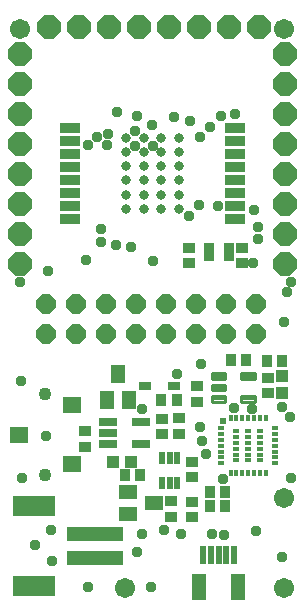
<source format=gbr>
G04 EAGLE Gerber RS-274X export*
G75*
%MOMM*%
%FSLAX34Y34*%
%LPD*%
%INSoldermask Top*%
%IPPOS*%
%AMOC8*
5,1,8,0,0,1.08239X$1,22.5*%
G01*
%ADD10C,1.703200*%
%ADD11R,1.703200X0.903200*%
%ADD12C,0.803200*%
%ADD13C,0.293481*%
%ADD14R,0.903200X1.603200*%
%ADD15R,1.103200X0.903200*%
%ADD16R,0.600000X0.300000*%
%ADD17R,0.300000X0.600000*%
%ADD18R,0.500000X0.500000*%
%ADD19R,0.603200X1.553200*%
%ADD20R,1.303200X2.303200*%
%ADD21R,4.803200X1.203200*%
%ADD22R,3.603200X1.803200*%
%ADD23P,1.759533X8X202.500000*%
%ADD24R,0.903200X1.103200*%
%ADD25R,1.524000X0.762000*%
%ADD26R,1.003200X0.803200*%
%ADD27R,1.603200X1.203200*%
%ADD28R,1.203200X1.603200*%
%ADD29R,0.558800X0.990600*%
%ADD30R,1.003200X1.003200*%
%ADD31C,1.103200*%
%ADD32R,1.603200X1.403200*%
%ADD33P,2.144431X8X22.500000*%
%ADD34P,2.144431X8X112.500000*%
%ADD35C,0.959600*%


D10*
X302006Y196088D03*
X78232Y196596D03*
X301752Y-276860D03*
X167386Y-276606D03*
X301752Y-201168D03*
D11*
X120500Y112140D03*
X120500Y101140D03*
X120500Y90140D03*
X120500Y79140D03*
X120500Y68140D03*
X120500Y57140D03*
X120500Y46140D03*
X120500Y35140D03*
X260500Y35140D03*
X260500Y46140D03*
X260500Y57140D03*
X260500Y68140D03*
X260500Y79140D03*
X260500Y90140D03*
X260500Y101140D03*
X260500Y112140D03*
D12*
X168000Y104140D03*
X183000Y104140D03*
X198000Y104140D03*
X213000Y104140D03*
X168000Y92140D03*
X183000Y92140D03*
X198000Y92140D03*
X213000Y92140D03*
X168000Y80140D03*
X183000Y80140D03*
X198000Y80140D03*
X213000Y80140D03*
X168000Y68140D03*
X183000Y68140D03*
X198000Y68140D03*
X213000Y68140D03*
X168000Y56140D03*
X183000Y56140D03*
X198000Y56140D03*
X213000Y56140D03*
X168000Y44140D03*
X183000Y44140D03*
X198000Y44140D03*
X213000Y44140D03*
D13*
X240677Y-95189D02*
X240677Y-100187D01*
X240677Y-95189D02*
X251875Y-95189D01*
X251875Y-100187D01*
X240677Y-100187D01*
X240677Y-97399D02*
X251875Y-97399D01*
X265777Y-114189D02*
X265777Y-119187D01*
X265777Y-114189D02*
X276975Y-114189D01*
X276975Y-119187D01*
X265777Y-119187D01*
X265777Y-116399D02*
X276975Y-116399D01*
X240677Y-109687D02*
X240677Y-104689D01*
X251875Y-104689D01*
X251875Y-109687D01*
X240677Y-109687D01*
X240677Y-106899D02*
X251875Y-106899D01*
X240677Y-114189D02*
X240677Y-119187D01*
X240677Y-114189D02*
X251875Y-114189D01*
X251875Y-119187D01*
X240677Y-119187D01*
X240677Y-116399D02*
X251875Y-116399D01*
X265777Y-100187D02*
X265777Y-95189D01*
X276975Y-95189D01*
X276975Y-100187D01*
X265777Y-100187D01*
X265777Y-97399D02*
X276975Y-97399D01*
D14*
X238134Y7366D03*
X255134Y7366D03*
D15*
X220980Y-1928D03*
X220980Y11072D03*
X265938Y-2182D03*
X265938Y10818D03*
D16*
X248526Y-141464D03*
X248526Y-146464D03*
X248526Y-151464D03*
X248526Y-156464D03*
X248526Y-161464D03*
X248526Y-166464D03*
X248526Y-171464D03*
D17*
X256526Y-179464D03*
X261526Y-179464D03*
X266526Y-179464D03*
X271526Y-179464D03*
X276526Y-179464D03*
X281526Y-179464D03*
X286526Y-179464D03*
D16*
X294526Y-171464D03*
X294526Y-166464D03*
X294526Y-161464D03*
X294526Y-156464D03*
X294526Y-151464D03*
X294526Y-146464D03*
X294526Y-141464D03*
D17*
X286526Y-133464D03*
X281526Y-133464D03*
X276526Y-133464D03*
X271526Y-133464D03*
X266526Y-133464D03*
X261526Y-133464D03*
X256526Y-133464D03*
D18*
X250501Y-135439D03*
D16*
X261526Y-143964D03*
X271526Y-143964D03*
X281526Y-143964D03*
X261526Y-148964D03*
X271526Y-148964D03*
X281526Y-148964D03*
X261526Y-153964D03*
X271526Y-153964D03*
X281526Y-153964D03*
X261526Y-158964D03*
X271526Y-158964D03*
X281526Y-158964D03*
X261526Y-163964D03*
X271526Y-163964D03*
X281526Y-163964D03*
X261526Y-168964D03*
X271526Y-168964D03*
X281526Y-168964D03*
D19*
X233380Y-249164D03*
X239880Y-249164D03*
X246380Y-249164D03*
X252880Y-249164D03*
X259380Y-249164D03*
D20*
X229880Y-275914D03*
X262880Y-275914D03*
D21*
X142156Y-251554D03*
X142156Y-231554D03*
D22*
X90156Y-275554D03*
X90156Y-207554D03*
D23*
X277876Y-36576D03*
X277876Y-61976D03*
X252476Y-36576D03*
X252476Y-61976D03*
X227076Y-36576D03*
X227076Y-61976D03*
X201676Y-36576D03*
X201676Y-61976D03*
X176276Y-36576D03*
X176276Y-61976D03*
X150876Y-36576D03*
X150876Y-61976D03*
X125476Y-36576D03*
X125476Y-61976D03*
X100076Y-36576D03*
X100076Y-61976D03*
D24*
X252118Y-207772D03*
X239118Y-207772D03*
X251864Y-195580D03*
X238864Y-195580D03*
D15*
X288544Y-112164D03*
X288544Y-99164D03*
X227838Y-119276D03*
X227838Y-106276D03*
D25*
X152908Y-136144D03*
X152908Y-145542D03*
X152908Y-154940D03*
X180340Y-154940D03*
X180340Y-136144D03*
D26*
X209096Y-106172D03*
X184096Y-106172D03*
D27*
X191594Y-204978D03*
X169594Y-214478D03*
X169594Y-195478D03*
D28*
X161290Y-95426D03*
X170790Y-117426D03*
X151790Y-117426D03*
D29*
X198478Y-188468D03*
X204978Y-188468D03*
X211478Y-188468D03*
X211478Y-167132D03*
X204978Y-167132D03*
X198478Y-167132D03*
D30*
X172092Y-170434D03*
X157092Y-170434D03*
X299974Y-112148D03*
X299974Y-97148D03*
D24*
X179982Y-181610D03*
X166982Y-181610D03*
X300378Y-84836D03*
X287378Y-84836D03*
D15*
X206502Y-216558D03*
X206502Y-203558D03*
X223520Y-203812D03*
X223520Y-216812D03*
X198882Y-133708D03*
X198882Y-146708D03*
X212852Y-146454D03*
X212852Y-133454D03*
D31*
X99568Y-113066D03*
D32*
X122068Y-172066D03*
X77068Y-147066D03*
X122068Y-122066D03*
D31*
X99568Y-181066D03*
D33*
X302260Y175514D03*
X302260Y150114D03*
X302260Y124714D03*
X302260Y99314D03*
X302260Y73914D03*
X302260Y48514D03*
X302260Y23114D03*
X302260Y-2286D03*
X78232Y175133D03*
X78232Y149733D03*
X78232Y124333D03*
X78232Y98933D03*
X78232Y73533D03*
X78232Y48133D03*
X78232Y22733D03*
X78232Y-2667D03*
D34*
X102870Y197866D03*
X128270Y197866D03*
X153670Y197866D03*
X179070Y197866D03*
X204470Y197866D03*
X229870Y197866D03*
X255270Y197866D03*
X280670Y197866D03*
D15*
X224282Y-183030D03*
X224282Y-170030D03*
D24*
X256898Y-83820D03*
X269898Y-83820D03*
D15*
X133604Y-144376D03*
X133604Y-157376D03*
D24*
X210970Y-118110D03*
X197970Y-118110D03*
D35*
X221742Y38248D03*
X276352Y42926D03*
X79248Y-101600D03*
X80264Y-184150D03*
X90932Y-240792D03*
X136144Y-275844D03*
X177038Y-246126D03*
X278130Y-228854D03*
X230886Y-140716D03*
X231648Y-87630D03*
X172212Y11938D03*
X159512Y13716D03*
X147066Y15748D03*
X147066Y27178D03*
X134366Y508D03*
X190500Y254D03*
X102108Y-8763D03*
X275844Y-2032D03*
X250190Y-184912D03*
X200406Y-227584D03*
X229616Y46990D03*
X78105Y-17526D03*
X208788Y121666D03*
X175514Y109982D03*
X260096Y124206D03*
X189484Y-276352D03*
X100076Y-148336D03*
X307340Y-184150D03*
X300228Y-250698D03*
X181356Y-125730D03*
X105156Y-254508D03*
X245618Y46482D03*
X301498Y-52070D03*
X104648Y-227584D03*
X135636Y97790D03*
X143764Y105156D03*
X151638Y98298D03*
X153162Y107696D03*
X175514Y97282D03*
X190754Y97282D03*
X279908Y28448D03*
X307693Y-17907D03*
X307291Y-131875D03*
X259842Y-124968D03*
X280187Y18313D03*
X304645Y-26543D03*
X300052Y-123620D03*
X274320Y-125158D03*
X240718Y-231140D03*
X236156Y-163830D03*
X251206Y-231902D03*
X232156Y-152400D03*
X181610Y-231140D03*
X214884Y-231394D03*
X211128Y-95758D03*
X239268Y113030D03*
X248412Y122936D03*
X160528Y125928D03*
X230632Y105156D03*
X177292Y122654D03*
X222504Y118364D03*
X189992Y114808D03*
M02*

</source>
